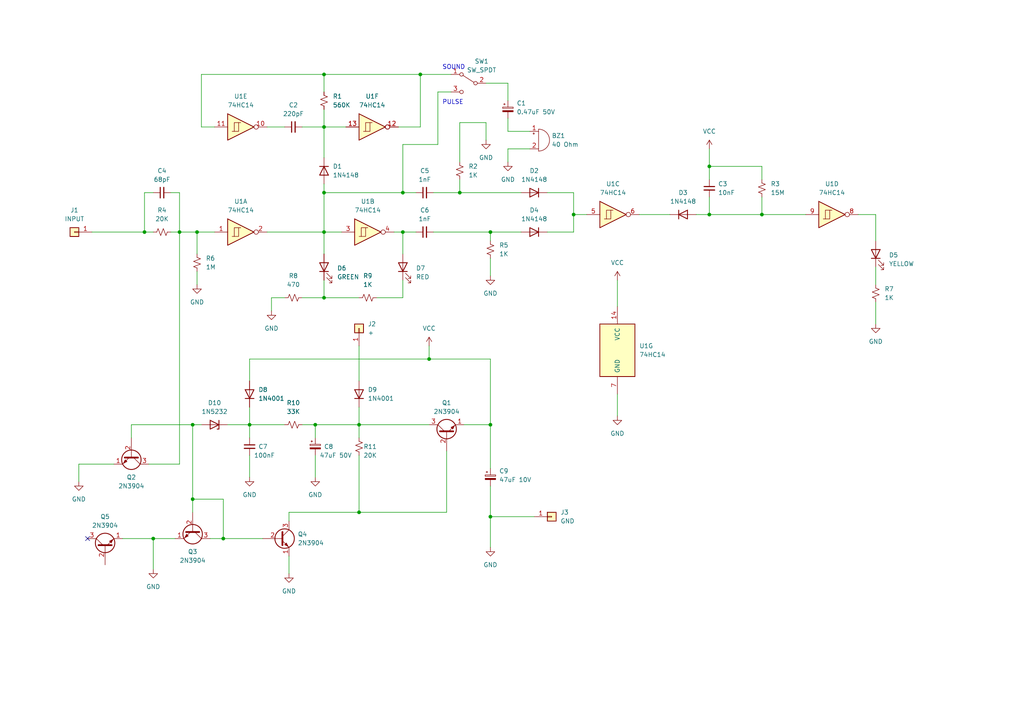
<source format=kicad_sch>
(kicad_sch (version 20211123) (generator eeschema)
  (paper "A4")
  (title_block (title "Logic Probe LP-535K") (date "2021-12-18"))
  (lib_symbols
    (symbol "74xx:74HC14" (pin_names (offset 1.016))
      (property "Reference" "U" (at 0 1.27 0))
      (property "Value" "74HC14" (at 0 -1.27 0))
      (symbol "74HC14_1_0"
        (polyline (pts (xy -3.81 3.81) (xy -3.81 -3.81) (xy 3.81 0) (xy -3.81 3.81)) (stroke (width 0.254)) (fill (type background)))
        (pin input line (at -7.62 0 0) (length 3.81) (name "~") (number "1"))
        (pin output inverted (at 7.62 0 180) (length 3.81) (name "~") (number "2"))
      )
      (symbol "74HC14_1_1"
        (polyline (pts (xy -1.905 -1.27) (xy -1.905 1.27) (xy -0.635 1.27)))
        (polyline (pts (xy -2.54 -1.27) (xy -0.635 -1.27) (xy -0.635 1.27) (xy 0 1.27)))
      )
      (symbol "74HC14_2_0"
        (polyline (pts (xy -3.81 3.81) (xy -3.81 -3.81) (xy 3.81 0) (xy -3.81 3.81)) (stroke (width 0.254)) (fill (type background)))
        (pin input line (at -7.62 0 0) (length 3.81) (name "~") (number "3"))
        (pin output inverted (at 7.62 0 180) (length 3.81) (name "~") (number "4"))
      )
      (symbol "74HC14_2_1"
        (polyline (pts (xy -1.905 -1.27) (xy -1.905 1.27) (xy -0.635 1.27)))
        (polyline (pts (xy -2.54 -1.27) (xy -0.635 -1.27) (xy -0.635 1.27) (xy 0 1.27)))
      )
      (symbol "74HC14_3_0"
        (polyline (pts (xy -3.81 3.81) (xy -3.81 -3.81) (xy 3.81 0) (xy -3.81 3.81)) (stroke (width 0.254)) (fill (type background)))
        (pin input line (at -7.62 0 0) (length 3.81) (name "~") (number "5"))
        (pin output inverted (at 7.62 0 180) (length 3.81) (name "~") (number "6"))
      )
      (symbol "74HC14_3_1"
        (polyline (pts (xy -1.905 -1.27) (xy -1.905 1.27) (xy -0.635 1.27)))
        (polyline (pts (xy -2.54 -1.27) (xy -0.635 -1.27) (xy -0.635 1.27) (xy 0 1.27)))
      )
      (symbol "74HC14_4_0"
        (polyline (pts (xy -3.81 3.81) (xy -3.81 -3.81) (xy 3.81 0) (xy -3.81 3.81)) (stroke (width 0.254)) (fill (type background)))
        (pin output inverted (at 7.62 0 180) (length 3.81) (name "~") (number "8"))
        (pin input line (at -7.62 0 0) (length 3.81) (name "~") (number "9"))
      )
      (symbol "74HC14_4_1"
        (polyline (pts (xy -1.905 -1.27) (xy -1.905 1.27) (xy -0.635 1.27)))
        (polyline (pts (xy -2.54 -1.27) (xy -0.635 -1.27) (xy -0.635 1.27) (xy 0 1.27)))
      )
      (symbol "74HC14_5_0"
        (polyline (pts (xy -3.81 3.81) (xy -3.81 -3.81) (xy 3.81 0) (xy -3.81 3.81)) (stroke (width 0.254)) (fill (type background)))
        (pin output inverted (at 7.62 0 180) (length 3.81) (name "~") (number "10"))
        (pin input line (at -7.62 0 0) (length 3.81) (name "~") (number "11"))
      )
      (symbol "74HC14_5_1"
        (polyline (pts (xy -1.905 -1.27) (xy -1.905 1.27) (xy -0.635 1.27)))
        (polyline (pts (xy -2.54 -1.27) (xy -0.635 -1.27) (xy -0.635 1.27) (xy 0 1.27)))
      )
      (symbol "74HC14_6_0"
        (polyline (pts (xy -3.81 3.81) (xy -3.81 -3.81) (xy 3.81 0) (xy -3.81 3.81)) (stroke (width 0.254)) (fill (type background)))
        (pin output inverted (at 7.62 0 180) (length 3.81) (name "~") (number "12"))
        (pin input line (at -7.62 0 0) (length 3.81) (name "~") (number "13"))
      )
      (symbol "74HC14_6_1"
        (polyline (pts (xy -1.905 -1.27) (xy -1.905 1.27) (xy -0.635 1.27)))
        (polyline (pts (xy -2.54 -1.27) (xy -0.635 -1.27) (xy -0.635 1.27) (xy 0 1.27)))
      )
      (symbol "74HC14_7_0"
        (pin power_in line (at 0 12.7 270) (length 5.08) (name "VCC") (number "14"))
        (pin power_in line (at 0 -12.7 90) (length 5.08) (name "GND") (number "7"))
      )
      (symbol "74HC14_7_1"
        (rectangle (start -5.08 7.62) (end 5.08 -7.62) (stroke (width 0.254)) (fill (type background)))
      )
    )
    (symbol "Connector_Generic:Conn_01x01" (pin_names (offset 1.016) hide)
      (property "Reference" "J" (at 0 2.54 0))
      (property "Value" "Conn_01x01" (at 0 -2.54 0))
      (symbol "Conn_01x01_1_1"
        (rectangle (start -1.27 0.127) (end 0 -0.127) (stroke (width 0.1524)))
        (rectangle (start -1.27 1.27) (end 1.27 -1.27) (stroke (width 0.254)) (fill (type background)))
        (pin passive line (at -5.08 0 0) (length 3.81) (name "Pin_1") (number "1"))
      )
    )
    (symbol "Device:Buzzer" (pin_names (offset 0.0254) hide)
      (property "Reference" "BZ" (at 3.81 1.27 0))
      (property "Value" "Buzzer" (at 3.81 -1.27 0))
      (symbol "Buzzer_0_1"
        (arc (start 0 -3.175) (mid 3.175 0) (end 0 3.175))
        (polyline (pts (xy -1.651 1.905) (xy -1.143 1.905)))
        (polyline (pts (xy -1.397 2.159) (xy -1.397 1.651)))
        (polyline (pts (xy 0 3.175) (xy 0 -3.175)))
      )
      (symbol "Buzzer_1_1"
        (pin passive line (at -2.54 2.54 0) (length 2.54) (name "-") (number "1"))
        (pin passive line (at -2.54 -2.54 0) (length 2.54) (name "+") (number "2"))
      )
    )
    (symbol "Device:C_Polarized_Small" (pin_numbers hide) (pin_names (offset 0.254) hide)
      (property "Reference" "C" (at 0.254 1.778 0))
      (property "Value" "C_Polarized_Small" (at 0.254 -2.032 0))
      (symbol "C_Polarized_Small_0_1"
        (rectangle (start -1.524 -0.3048) (end 1.524 -0.6858) (fill (type outline)))
        (rectangle (start -1.524 0.6858) (end 1.524 0.3048))
        (polyline (pts (xy -1.27 1.524) (xy -0.762 1.524)))
        (polyline (pts (xy -1.016 1.27) (xy -1.016 1.778)))
      )
      (symbol "C_Polarized_Small_1_1"
        (pin passive line (at 0 2.54 270) (length 1.8542) (name "~") (number "1"))
        (pin passive line (at 0 -2.54 90) (length 1.8542) (name "~") (number "2"))
      )
    )
    (symbol "Device:C_Small" (pin_numbers hide) (pin_names (offset 0.254) hide)
      (property "Reference" "C" (at 0.254 1.778 0))
      (property "Value" "C_Small" (at 0.254 -2.032 0))
      (symbol "C_Small_0_1"
        (polyline (pts (xy -1.524 -0.508) (xy 1.524 -0.508)) (stroke (width 0.3302)))
        (polyline (pts (xy -1.524 0.508) (xy 1.524 0.508)) (stroke (width 0.3048)))
      )
      (symbol "C_Small_1_1"
        (pin passive line (at 0 2.54 270) (length 2.032) (name "~") (number "1"))
        (pin passive line (at 0 -2.54 90) (length 2.032) (name "~") (number "2"))
      )
    )
    (symbol "Device:D_Zener" (pin_numbers hide) (pin_names (offset 1.016) hide)
      (property "Reference" "D" (at 0 2.54 0))
      (property "Value" "D_Zener" (at 0 -2.54 0))
      (symbol "D_Zener_0_1"
        (polyline (pts (xy 1.27 0) (xy -1.27 0)))
        (polyline (pts (xy -1.27 -1.27) (xy -1.27 1.27) (xy -0.762 1.27)) (stroke (width 0.254)))
        (polyline (pts (xy 1.27 -1.27) (xy 1.27 1.27) (xy -1.27 0) (xy 1.27 -1.27)) (stroke (width 0.254)))
      )
      (symbol "D_Zener_1_1"
        (pin passive line (at -3.81 0 0) (length 2.54) (name "K") (number "1"))
        (pin passive line (at 3.81 0 180) (length 2.54) (name "A") (number "2"))
      )
    )
    (symbol "Device:LED" (pin_numbers hide) (pin_names (offset 1.016) hide)
      (property "Reference" "D" (at 0 2.54 0))
      (property "Value" "LED" (at 0 -2.54 0))
      (symbol "LED_0_1"
        (polyline (pts (xy -1.27 -1.27) (xy -1.27 1.27)) (stroke (width 0.254)))
        (polyline (pts (xy -1.27 0) (xy 1.27 0)))
        (polyline (pts (xy 1.27 -1.27) (xy 1.27 1.27) (xy -1.27 0) (xy 1.27 -1.27)) (stroke (width 0.254)))
        (polyline (pts (xy -3.048 -0.762) (xy -4.572 -2.286) (xy -3.81 -2.286) (xy -4.572 -2.286) (xy -4.572 -1.524)))
        (polyline (pts (xy -1.778 -0.762) (xy -3.302 -2.286) (xy -2.54 -2.286) (xy -3.302 -2.286) (xy -3.302 -1.524)))
      )
      (symbol "LED_1_1"
        (pin passive line (at -3.81 0 0) (length 2.54) (name "K") (number "1"))
        (pin passive line (at 3.81 0 180) (length 2.54) (name "A") (number "2"))
      )
    )
    (symbol "Device:R_Small_US" (pin_numbers hide) (pin_names (offset 0.254) hide)
      (property "Reference" "R" (at 0.762 0.508 0))
      (property "Value" "R_Small_US" (at 0.762 -1.016 0))
      (symbol "R_Small_US_1_1"
        (polyline (pts (xy 0 0) (xy 1.016 -0.381) (xy 0 -0.762) (xy -1.016 -1.143) (xy 0 -1.524)))
        (polyline (pts (xy 0 1.524) (xy 1.016 1.143) (xy 0 0.762) (xy -1.016 0.381) (xy 0 0)))
        (pin passive line (at 0 2.54 270) (length 1.016) (name "~") (number "1"))
        (pin passive line (at 0 -2.54 90) (length 1.016) (name "~") (number "2"))
      )
    )
    (symbol "Diode:1N4001" (pin_numbers hide) (pin_names (offset 1.016) hide)
      (property "Reference" "D" (at 0 2.54 0))
      (property "Value" "1N4001" (at 0 -2.54 0))
      (symbol "1N4001_0_1"
        (polyline (pts (xy -1.27 1.27) (xy -1.27 -1.27)) (stroke (width 0.254)))
        (polyline (pts (xy 1.27 0) (xy -1.27 0)))
        (polyline (pts (xy 1.27 1.27) (xy 1.27 -1.27) (xy -1.27 0) (xy 1.27 1.27)) (stroke (width 0.254)))
      )
      (symbol "1N4001_1_1"
        (pin passive line (at -3.81 0 0) (length 2.54) (name "K") (number "1"))
        (pin passive line (at 3.81 0 180) (length 2.54) (name "A") (number "2"))
      )
    )
    (symbol "Diode:1N4148" (pin_numbers hide) (pin_names (offset 1.016) hide)
      (property "Reference" "D" (at 0 2.54 0))
      (property "Value" "1N4148" (at 0 -2.54 0))
      (symbol "1N4148_0_1"
        (polyline (pts (xy -1.27 1.27) (xy -1.27 -1.27)) (stroke (width 0.254)))
        (polyline (pts (xy 1.27 0) (xy -1.27 0)))
        (polyline (pts (xy 1.27 1.27) (xy 1.27 -1.27) (xy -1.27 0) (xy 1.27 1.27)) (stroke (width 0.254)))
      )
      (symbol "1N4148_1_1"
        (pin passive line (at -3.81 0 0) (length 2.54) (name "K") (number "1"))
        (pin passive line (at 3.81 0 180) (length 2.54) (name "A") (number "2"))
      )
    )
    (symbol "Switch:SW_SPDT" (pin_names (offset 0) hide)
      (property "Reference" "SW" (at 0 4.318 0))
      (property "Value" "SW_SPDT" (at 0 -5.08 0))
      (symbol "SW_SPDT_0_0"
        (circle (center -2.032 0) (radius 0.508))
        (circle (center 2.032 -2.54) (radius 0.508))
      )
      (symbol "SW_SPDT_0_1"
        (polyline (pts (xy -1.524 0.254) (xy 1.651 2.286)))
        (circle (center 2.032 2.54) (radius 0.508))
      )
      (symbol "SW_SPDT_1_1"
        (pin passive line (at 5.08 2.54 180) (length 2.54) (name "A") (number "1"))
        (pin passive line (at -5.08 0 0) (length 2.54) (name "B") (number "2"))
        (pin passive line (at 5.08 -2.54 180) (length 2.54) (name "C") (number "3"))
      )
    )
    (symbol "Transistor_BJT:2N3904" (pin_names (offset 0) hide)
      (property "Reference" "Q" (at 5.08 1.905 0))
      (property "Value" "2N3904" (at 5.08 0 0))
      (symbol "2N3904_0_1"
        (polyline (pts (xy 0.635 0.635) (xy 2.54 2.54)))
        (polyline (pts (xy 0.635 -0.635) (xy 2.54 -2.54) (xy 2.54 -2.54)))
        (polyline (pts (xy 0.635 1.905) (xy 0.635 -1.905) (xy 0.635 -1.905)) (stroke (width 0.508)))
        (polyline (pts (xy 1.27 -1.778) (xy 1.778 -1.27) (xy 2.286 -2.286) (xy 1.27 -1.778) (xy 1.27 -1.778)) (fill (type outline)))
        (circle (center 1.27 0) (radius 2.8194) (stroke (width 0.254)))
      )
      (symbol "2N3904_1_1"
        (pin passive line (at 2.54 -5.08 90) (length 2.54) (name "E") (number "1"))
        (pin passive line (at -5.08 0 0) (length 5.715) (name "B") (number "2"))
        (pin passive line (at 2.54 5.08 270) (length 2.54) (name "C") (number "3"))
      )
    )
    (symbol "power:GND" (power) (pin_names (offset 0))
      (property "Value" "GND" (at 0 -3.81 0))
      (symbol "GND_0_1"
        (polyline (pts (xy 0 0) (xy 0 -1.27) (xy 1.27 -1.27) (xy 0 -2.54) (xy -1.27 -1.27) (xy 0 -1.27)))
      )
      (symbol "GND_1_1"
        (pin power_in line (at 0 0 270) (length 0) hide (name "GND") (number "1"))
      )
    )
    (symbol "power:VCC" (power) (pin_names (offset 0))
      (property "Value" "VCC" (at 0 3.81 0))
      (symbol "VCC_0_1"
        (polyline (pts (xy -0.762 1.27) (xy 0 2.54)))
        (polyline (pts (xy 0 0) (xy 0 2.54)))
        (polyline (pts (xy 0 2.54) (xy 0.762 1.27)))
      )
      (symbol "VCC_1_1"
        (pin power_in line (at 0 0 90) (length 0) hide (name "VCC") (number "1"))
      )
    )
  )
  (junction (at 93.98 21.59))
  (junction (at 44.45 156.21))
  (junction (at 205.74 48.26))
  (junction (at 93.98 86.36))
  (junction (at 64.77 156.21))
  (junction (at 166.37 62.23))
  (junction (at 93.98 55.88))
  (junction (at 41.91 67.31))
  (junction (at 220.98 62.23))
  (junction (at 116.84 67.31))
  (junction (at 93.98 36.83))
  (junction (at 72.39 123.19))
  (junction (at 142.24 123.19))
  (junction (at 55.88 123.19))
  (junction (at 142.24 67.31))
  (junction (at 133.35 55.88))
  (junction (at 124.46 104.14))
  (junction (at 55.88 144.78))
  (junction (at 116.84 55.88))
  (junction (at 91.44 123.19))
  (junction (at 93.98 67.31))
  (junction (at 104.14 123.19))
  (junction (at 57.15 67.31))
  (junction (at 121.92 21.59))
  (junction (at 142.24 149.86))
  (junction (at 52.07 67.31))
  (junction (at 205.74 62.23))
  (junction (at 104.14 148.59))
  (no_connect (at 25.4 156.21))
  (wire (pts (xy 87.63 36.83) (xy 93.98 36.83)))
  (wire (pts (xy 166.37 67.31) (xy 158.75 67.31)))
  (wire (pts (xy 93.98 31.75) (xy 93.98 36.83)))
  (wire (pts (xy 140.97 35.56) (xy 140.97 40.64)))
  (wire (pts (xy 72.39 123.19) (xy 82.55 123.19)))
  (wire (pts (xy 133.35 35.56) (xy 140.97 35.56)))
  (wire (pts (xy 64.77 156.21) (xy 64.77 144.78)))
  (wire (pts (xy 114.3 67.31) (xy 116.84 67.31)))
  (wire (pts (xy 142.24 74.93) (xy 142.24 80.01)))
  (wire (pts (xy 72.39 123.19) (xy 72.39 127)))
  (wire (pts (xy 87.63 123.19) (xy 91.44 123.19)))
  (wire (pts (xy 147.32 38.1) (xy 153.67 38.1)))
  (wire (pts (xy 142.24 104.14) (xy 124.46 104.14)))
  (wire (pts (xy 91.44 123.19) (xy 104.14 123.19)))
  (wire (pts (xy 104.14 100.33) (xy 104.14 110.49)))
  (wire (pts (xy 129.54 148.59) (xy 104.14 148.59)))
  (wire (pts (xy 254 77.47) (xy 254 82.55)))
  (wire (pts (xy 121.92 21.59) (xy 130.81 21.59)))
  (wire (pts (xy 38.1 123.19) (xy 38.1 127)))
  (wire (pts (xy 33.02 134.62) (xy 22.86 134.62)))
  (wire (pts (xy 147.32 24.13) (xy 147.32 29.21)))
  (wire (pts (xy 130.81 26.67) (xy 127 26.67)))
  (wire (pts (xy 52.07 134.62) (xy 52.07 67.31)))
  (wire (pts (xy 93.98 36.83) (xy 93.98 45.72)))
  (wire (pts (xy 220.98 62.23) (xy 233.68 62.23)))
  (wire (pts (xy 179.07 81.28) (xy 179.07 88.9)))
  (wire (pts (xy 55.88 123.19) (xy 55.88 144.78)))
  (wire (pts (xy 49.53 67.31) (xy 52.07 67.31)))
  (wire (pts (xy 104.14 148.59) (xy 83.82 148.59)))
  (wire (pts (xy 125.73 55.88) (xy 133.35 55.88)))
  (wire (pts (xy 116.84 67.31) (xy 116.84 73.66)))
  (wire (pts (xy 93.98 36.83) (xy 100.33 36.83)))
  (wire (pts (xy 179.07 114.3) (xy 179.07 120.65)))
  (wire (pts (xy 134.62 123.19) (xy 142.24 123.19)))
  (wire (pts (xy 41.91 67.31) (xy 44.45 67.31)))
  (wire (pts (xy 99.06 67.31) (xy 93.98 67.31)))
  (wire (pts (xy 60.96 156.21) (xy 64.77 156.21)))
  (wire (pts (xy 62.23 67.31) (xy 57.15 67.31)))
  (wire (pts (xy 93.98 86.36) (xy 93.98 81.28)))
  (wire (pts (xy 64.77 156.21) (xy 76.2 156.21)))
  (wire (pts (xy 142.24 123.19) (xy 142.24 135.89)))
  (wire (pts (xy 115.57 36.83) (xy 121.92 36.83)))
  (wire (pts (xy 87.63 86.36) (xy 93.98 86.36)))
  (wire (pts (xy 72.39 118.11) (xy 72.39 123.19)))
  (wire (pts (xy 104.14 118.11) (xy 104.14 123.19)))
  (wire (pts (xy 78.74 86.36) (xy 78.74 90.17)))
  (wire (pts (xy 44.45 55.88) (xy 41.91 55.88)))
  (wire (pts (xy 248.92 62.23) (xy 254 62.23)))
  (wire (pts (xy 220.98 57.15) (xy 220.98 62.23)))
  (wire (pts (xy 124.46 100.33) (xy 124.46 104.14)))
  (wire (pts (xy 91.44 123.19) (xy 91.44 127)))
  (wire (pts (xy 52.07 55.88) (xy 52.07 67.31)))
  (wire (pts (xy 109.22 86.36) (xy 116.84 86.36)))
  (wire (pts (xy 116.84 67.31) (xy 120.65 67.31)))
  (wire (pts (xy 91.44 132.08) (xy 91.44 138.43)))
  (wire (pts (xy 125.73 67.31) (xy 142.24 67.31)))
  (wire (pts (xy 220.98 62.23) (xy 205.74 62.23)))
  (wire (pts (xy 93.98 21.59) (xy 58.42 21.59)))
  (wire (pts (xy 57.15 78.74) (xy 57.15 82.55)))
  (wire (pts (xy 55.88 144.78) (xy 55.88 148.59)))
  (wire (pts (xy 83.82 161.29) (xy 83.82 166.37)))
  (wire (pts (xy 220.98 52.07) (xy 220.98 48.26)))
  (wire (pts (xy 66.04 123.19) (xy 72.39 123.19)))
  (wire (pts (xy 121.92 36.83) (xy 121.92 21.59)))
  (wire (pts (xy 153.67 43.18) (xy 147.32 43.18)))
  (wire (pts (xy 22.86 134.62) (xy 22.86 139.7)))
  (wire (pts (xy 93.98 26.67) (xy 93.98 21.59)))
  (wire (pts (xy 127 26.67) (xy 127 41.91)))
  (wire (pts (xy 142.24 67.31) (xy 151.13 67.31)))
  (wire (pts (xy 64.77 144.78) (xy 55.88 144.78)))
  (wire (pts (xy 104.14 123.19) (xy 124.46 123.19)))
  (wire (pts (xy 44.45 156.21) (xy 44.45 165.1)))
  (wire (pts (xy 154.94 149.86) (xy 142.24 149.86)))
  (wire (pts (xy 72.39 104.14) (xy 124.46 104.14)))
  (wire (pts (xy 142.24 149.86) (xy 142.24 158.75)))
  (wire (pts (xy 116.84 55.88) (xy 120.65 55.88)))
  (wire (pts (xy 35.56 156.21) (xy 44.45 156.21)))
  (wire (pts (xy 55.88 123.19) (xy 58.42 123.19)))
  (wire (pts (xy 43.18 134.62) (xy 52.07 134.62)))
  (wire (pts (xy 201.93 62.23) (xy 205.74 62.23)))
  (wire (pts (xy 93.98 21.59) (xy 121.92 21.59)))
  (wire (pts (xy 26.67 67.31) (xy 41.91 67.31)))
  (wire (pts (xy 93.98 53.34) (xy 93.98 55.88)))
  (wire (pts (xy 83.82 148.59) (xy 83.82 151.13)))
  (wire (pts (xy 185.42 62.23) (xy 194.31 62.23)))
  (wire (pts (xy 205.74 57.15) (xy 205.74 62.23)))
  (wire (pts (xy 205.74 43.18) (xy 205.74 48.26)))
  (wire (pts (xy 140.97 24.13) (xy 147.32 24.13)))
  (wire (pts (xy 254 62.23) (xy 254 69.85)))
  (wire (pts (xy 77.47 67.31) (xy 93.98 67.31)))
  (wire (pts (xy 77.47 36.83) (xy 82.55 36.83)))
  (wire (pts (xy 220.98 48.26) (xy 205.74 48.26)))
  (wire (pts (xy 116.84 55.88) (xy 93.98 55.88)))
  (wire (pts (xy 58.42 21.59) (xy 58.42 36.83)))
  (wire (pts (xy 147.32 34.29) (xy 147.32 38.1)))
  (wire (pts (xy 127 41.91) (xy 116.84 41.91)))
  (wire (pts (xy 49.53 55.88) (xy 52.07 55.88)))
  (wire (pts (xy 58.42 36.83) (xy 62.23 36.83)))
  (wire (pts (xy 142.24 67.31) (xy 142.24 69.85)))
  (wire (pts (xy 104.14 123.19) (xy 104.14 127)))
  (wire (pts (xy 166.37 55.88) (xy 166.37 62.23)))
  (wire (pts (xy 93.98 67.31) (xy 93.98 73.66)))
  (wire (pts (xy 133.35 52.07) (xy 133.35 55.88)))
  (wire (pts (xy 52.07 67.31) (xy 57.15 67.31)))
  (wire (pts (xy 166.37 62.23) (xy 170.18 62.23)))
  (wire (pts (xy 254 87.63) (xy 254 93.98)))
  (wire (pts (xy 133.35 55.88) (xy 151.13 55.88)))
  (wire (pts (xy 104.14 132.08) (xy 104.14 148.59)))
  (wire (pts (xy 72.39 110.49) (xy 72.39 104.14)))
  (wire (pts (xy 104.14 86.36) (xy 93.98 86.36)))
  (wire (pts (xy 72.39 132.08) (xy 72.39 138.43)))
  (wire (pts (xy 38.1 123.19) (xy 55.88 123.19)))
  (wire (pts (xy 93.98 67.31) (xy 93.98 55.88)))
  (wire (pts (xy 158.75 55.88) (xy 166.37 55.88)))
  (wire (pts (xy 44.45 156.21) (xy 50.8 156.21)))
  (wire (pts (xy 82.55 86.36) (xy 78.74 86.36)))
  (wire (pts (xy 205.74 48.26) (xy 205.74 52.07)))
  (wire (pts (xy 41.91 55.88) (xy 41.91 67.31)))
  (wire (pts (xy 142.24 140.97) (xy 142.24 149.86)))
  (wire (pts (xy 116.84 41.91) (xy 116.84 55.88)))
  (wire (pts (xy 166.37 62.23) (xy 166.37 67.31)))
  (wire (pts (xy 57.15 67.31) (xy 57.15 73.66)))
  (wire (pts (xy 147.32 43.18) (xy 147.32 46.99)))
  (wire (pts (xy 116.84 81.28) (xy 116.84 86.36)))
  (wire (pts (xy 133.35 46.99) (xy 133.35 35.56)))
  (wire (pts (xy 129.54 130.81) (xy 129.54 148.59)))
  (wire (pts (xy 142.24 123.19) (xy 142.24 104.14)))
  (text "PULSE" (at 128.27 30.48 0) (effects (font (size 1.27 1.27)) (justify left bottom)))
  (text "SOUND" (at 128.27 20.32 0) (effects (font (size 1.27 1.27)) (justify left bottom)))
  (symbol (lib_id "power:GND") (at 22.86 139.7 0) (unit 1)
    (property "Reference" "#PWR013" (effects hide))
    (property "Value" "GND" (at 22.86 144.78 0))
  )
  (symbol (lib_id "Device:C_Small") (at 72.39 129.54 0) (unit 1)
    (property "Reference" "C7" (at 74.93 129.54 0) (effects (justify left)))
    (property "Value" "100nF" (at 73.66 132.08 0) (effects (justify left)))
    (property "Footprint" "Capacitor_SMD:C_0603_1608Metric" (effects hide))
  )
  (symbol (lib_id "Device:R_Small_US") (at 220.98 54.61 0) (unit 1)
    (property "Reference" "R3" (at 223.52 53.3399 0) (effects (justify left)))
    (property "Value" "15M" (at 223.52 55.8799 0) (effects (justify left)))
    (property "Footprint" "Resistor_SMD:R_0603_1608Metric" (effects hide))
    (property "Description" "15M 1/4W 5%" (effects hide))
  )
  (symbol (lib_id "power:GND") (at 254 93.98 0) (unit 1)
    (property "Reference" "#PWR08" (effects hide))
    (property "Value" "GND" (at 254 99.06 0))
  )
  (symbol (lib_id "power:VCC") (at 124.46 100.33 0) (unit 1)
    (property "Reference" "#PWR09" (effects hide))
    (property "Value" "VCC" (at 124.46 95.25 0))
  )
  (symbol (lib_id "Switch:SW_SPDT") (at 135.89 24.13 0) (mirror y) (unit 1)
    (property "Reference" "SW1" (at 139.7 17.78 0))
    (property "Value" "SW_SPDT" (at 139.7 20.32 0))
    (property "Footprint" "Button_Switch_THT:SW_Slide_1P2T_CK_OS102011MS2Q" (effects hide))
  )
  (symbol (lib_id "Diode:1N4001") (at 104.14 114.3 90) (unit 1)
    (property "Reference" "D9" (at 106.68 113.0299 90) (effects (justify right)))
    (property "Value" "1N4001" (at 106.68 115.5699 90) (effects (justify right)))
    (property "Footprint" "Diode_THT:D_DO-41_SOD81_P10.16mm_Horizontal" (effects hide))
    (property "Datasheet" "http://www.vishay.com/docs/88503/1n4001.pdf" (effects hide))
  )
  (symbol (lib_id "power:VCC") (at 205.74 43.18 0) (unit 1)
    (property "Reference" "#PWR02" (effects hide))
    (property "Value" "VCC" (at 205.74 38.1 0))
  )
  (symbol (lib_id "Device:R_Small_US") (at 142.24 72.39 0) (unit 1)
    (property "Reference" "R5" (at 144.78 71.1199 0) (effects (justify left)))
    (property "Value" "1K" (at 144.78 73.6599 0) (effects (justify left)))
    (property "Footprint" "Resistor_SMD:R_0603_1608Metric" (effects hide))
    (property "Description" "1K 1/4W 5%" (effects hide))
  )
  (symbol (lib_id "Device:C_Polarized_Small") (at 147.32 31.75 0) (unit 1)
    (property "Reference" "C1" (at 149.86 29.9338 0) (effects (justify left)))
    (property "Value" "0.47uF 50V" (at 149.86 32.4738 0) (effects (justify left)))
    (property "Footprint" "Capacitor_SMD:CP_Elec_6.3x7.7" (effects hide))
  )
  (symbol (lib_id "Connector_Generic:Conn_01x01") (at 104.14 95.25 90) (unit 1)
    (property "Reference" "J2" (at 106.68 93.9799 90) (effects (justify right)))
    (property "Value" "+" (at 106.68 96.5199 90) (effects (justify right)))
    (property "Footprint" "Connector_PinHeader_2.54mm:PinHeader_1x01_P2.54mm_Vertical" (effects hide))
  )
  (symbol (lib_id "Device:LED") (at 93.98 77.47 90) (unit 1)
    (property "Reference" "D6" (at 97.79 77.7874 90) (effects (justify right)))
    (property "Value" "GREEN" (at 97.79 80.3274 90) (effects (justify right)))
    (property "Footprint" "LED_THT:LED_D3.0mm" (effects hide))
  )
  (symbol (lib_id "74xx:74HC14") (at 177.8 62.23 0) (unit 3)
    (property "Reference" "U1" (at 177.8 53.34 0))
    (property "Value" "74HC14" (at 177.8 55.88 0))
    (property "Footprint" "Package_SO:SOIC-14_3.9x8.7mm_P1.27mm" (effects hide))
    (property "Datasheet" "http://www.ti.com/lit/gpn/sn74HC14" (effects hide))
  )
  (symbol (lib_id "Transistor_BJT:2N3904") (at 30.48 158.75 90) (unit 1)
    (property "Reference" "Q5" (at 30.48 149.86 90))
    (property "Value" "2N3904" (at 30.48 152.4 90))
    (property "Footprint" "Package_TO_SOT_SMD:TSOT-23" (effects hide))
    (property "Datasheet" "https://www.onsemi.com/pub/Collateral/2N3903-D.PDF" (effects hide))
  )
  (symbol (lib_id "Device:R_Small_US") (at 85.09 86.36 90) (unit 1)
    (property "Reference" "R8" (at 85.09 80.01 90))
    (property "Value" "470" (at 85.09 82.55 90))
    (property "Footprint" "Resistor_SMD:R_0603_1608Metric" (effects hide))
    (property "Description" "470R 1/4W 5%" (effects hide))
  )
  (symbol (lib_id "Device:C_Small") (at 205.74 54.61 0) (unit 1)
    (property "Reference" "C3" (at 208.28 53.3462 0) (effects (justify left)))
    (property "Value" "10nF" (at 208.28 55.8862 0) (effects (justify left)))
    (property "Footprint" "Capacitor_SMD:C_0603_1608Metric" (effects hide))
  )
  (symbol (lib_id "Device:C_Small") (at 123.19 55.88 90) (unit 1)
    (property "Reference" "C5" (at 123.1963 49.53 90))
    (property "Value" "1nF" (at 123.1963 52.07 90))
    (property "Footprint" "Capacitor_SMD:C_0603_1608Metric" (effects hide))
  )
  (symbol (lib_id "74xx:74HC14") (at 107.95 36.83 0) (unit 6)
    (property "Reference" "U1" (at 107.95 27.94 0))
    (property "Value" "74HC14" (at 107.95 30.48 0))
    (property "Footprint" "Package_SO:SOIC-14_3.9x8.7mm_P1.27mm" (effects hide))
    (property "Datasheet" "http://www.ti.com/lit/gpn/sn74HC14" (effects hide))
  )
  (symbol (lib_id "power:VCC") (at 179.07 81.28 0) (unit 1)
    (property "Reference" "#PWR07" (effects hide))
    (property "Value" "VCC" (at 179.07 76.2 0))
  )
  (symbol (lib_id "Device:LED") (at 254 73.66 90) (unit 1)
    (property "Reference" "D5" (at 257.81 73.9774 90) (effects (justify right)))
    (property "Value" "YELLOW" (at 257.81 76.5174 90) (effects (justify right)))
    (property "Footprint" "LED_THT:LED_D3.0mm" (effects hide))
  )
  (symbol (lib_id "Transistor_BJT:2N3904") (at 129.54 125.73 90) (unit 1)
    (property "Reference" "Q1" (at 129.54 116.84 90))
    (property "Value" "2N3904" (at 129.54 119.38 90))
    (property "Footprint" "Package_TO_SOT_SMD:TSOT-23" (effects hide))
    (property "Datasheet" "https://www.onsemi.com/pub/Collateral/2N3903-D.PDF" (effects hide))
  )
  (symbol (lib_id "Transistor_BJT:2N3904") (at 55.88 153.67 270) (unit 1)
    (property "Reference" "Q3" (at 55.88 160.02 90))
    (property "Value" "2N3904" (at 55.88 162.56 90))
    (property "Footprint" "Package_TO_SOT_SMD:TSOT-23" (effects hide))
    (property "Datasheet" "https://www.onsemi.com/pub/Collateral/2N3903-D.PDF" (effects hide))
  )
  (symbol (lib_id "Diode:1N4001") (at 72.39 114.3 90) (unit 1)
    (property "Reference" "D8" (at 74.93 113.0299 90) (effects (justify right)))
    (property "Value" "1N4001" (at 74.93 115.5699 90) (effects (justify right)))
    (property "Footprint" "Diode_THT:D_DO-41_SOD81_P10.16mm_Horizontal" (effects hide))
    (property "Datasheet" "http://www.vishay.com/docs/88503/1n4001.pdf" (effects hide))
  )
  (symbol (lib_id "Device:R_Small_US") (at 85.09 123.19 90) (unit 1)
    (property "Reference" "R10" (at 85.09 116.84 90))
    (property "Value" "33K" (at 85.09 119.38 90))
    (property "Footprint" "Resistor_SMD:R_0603_1608Metric" (effects hide))
    (property "Description" "33K 1/4W 5%" (effects hide))
  )
  (symbol (lib_id "Device:C_Small") (at 46.99 55.88 90) (unit 1)
    (property "Reference" "C4" (at 46.9963 49.53 90))
    (property "Value" "68pF" (at 46.9963 52.07 90))
    (property "Footprint" "Capacitor_SMD:C_0603_1608Metric" (effects hide))
  )
  (symbol (lib_id "Device:R_Small_US") (at 46.99 67.31 90) (unit 1)
    (property "Reference" "R4" (at 46.99 60.96 90))
    (property "Value" "20K" (at 46.99 63.5 90))
    (property "Footprint" "Resistor_SMD:R_0603_1608Metric" (effects hide))
    (property "Description" "20K 1/4W 5%" (effects hide))
  )
  (symbol (lib_id "power:GND") (at 140.97 40.64 0) (unit 1)
    (property "Reference" "#PWR01" (effects hide))
    (property "Value" "GND" (at 140.97 45.72 0))
  )
  (symbol (lib_id "power:GND") (at 147.32 46.99 0) (unit 1)
    (property "Reference" "#PWR03" (effects hide))
    (property "Value" "GND" (at 147.32 52.07 0))
  )
  (symbol (lib_id "Device:R_Small_US") (at 106.68 86.36 90) (unit 1)
    (property "Reference" "R9" (at 106.68 80.01 90))
    (property "Value" "1K" (at 106.68 82.55 90))
    (property "Footprint" "Resistor_SMD:R_0603_1608Metric" (effects hide))
    (property "Description" "1K 1/4W 5%" (effects hide))
  )
  (symbol (lib_id "Diode:1N4148") (at 198.12 62.23 0) (unit 1)
    (property "Reference" "D3" (at 198.12 55.88 0))
    (property "Value" "1N4148" (at 198.12 58.42 0))
    (property "Footprint" "Diode_THT:D_DO-35_SOD27_P7.62mm_Horizontal" (effects hide))
    (property "Datasheet" "https://assets.nexperia.com/documents/data-sheet/1N4148_1N4448.pdf" (effects hide))
  )
  (symbol (lib_id "74xx:74HC14") (at 179.07 101.6 0) (unit 7)
    (property "Reference" "U1" (at 185.42 100.3299 0) (effects (justify left)))
    (property "Value" "74HC14" (at 185.42 102.8699 0) (effects (justify left)))
    (property "Footprint" "Package_SO:SOIC-14_3.9x8.7mm_P1.27mm" (effects hide))
    (property "Datasheet" "http://www.ti.com/lit/gpn/sn74HC14" (effects hide))
  )
  (symbol (lib_id "power:GND") (at 91.44 138.43 0) (unit 1)
    (property "Reference" "#PWR012" (effects hide))
    (property "Value" "GND" (at 91.44 143.51 0))
  )
  (symbol (lib_id "Device:LED") (at 116.84 77.47 90) (unit 1)
    (property "Reference" "D7" (at 120.65 77.7874 90) (effects (justify right)))
    (property "Value" "RED" (at 120.65 80.3274 90) (effects (justify right)))
    (property "Footprint" "LED_THT:LED_D3.0mm" (effects hide))
  )
  (symbol (lib_id "power:GND") (at 44.45 165.1 0) (unit 1)
    (property "Reference" "#PWR015" (effects hide))
    (property "Value" "GND" (at 44.45 170.18 0))
  )
  (symbol (lib_id "power:GND") (at 57.15 82.55 0) (unit 1)
    (property "Reference" "#PWR05" (effects hide))
    (property "Value" "GND" (at 57.15 87.63 0))
  )
  (symbol (lib_id "74xx:74HC14") (at 69.85 67.31 0) (unit 1)
    (property "Reference" "U1" (at 69.85 58.42 0))
    (property "Value" "74HC14" (at 69.85 60.96 0))
    (property "Footprint" "Package_SO:SOIC-14_3.9x8.7mm_P1.27mm" (effects hide))
    (property "Datasheet" "http://www.ti.com/lit/gpn/sn74HC14" (effects hide))
  )
  (symbol (lib_id "Device:C_Polarized_Small") (at 91.44 129.54 0) (unit 1)
    (property "Reference" "C8" (at 93.98 129.54 0) (effects (justify left)))
    (property "Value" "47uF 50V" (at 92.71 132.08 0) (effects (justify left)))
    (property "Footprint" "Capacitor_SMD:CP_Elec_6.3x7.7" (effects hide))
  )
  (symbol (lib_id "Device:R_Small_US") (at 254 85.09 0) (unit 1)
    (property "Reference" "R7" (at 256.54 83.8199 0) (effects (justify left)))
    (property "Value" "1K" (at 256.54 86.3599 0) (effects (justify left)))
    (property "Footprint" "Resistor_SMD:R_0603_1608Metric" (effects hide))
    (property "Description" "1K 1/4W 5%" (effects hide))
  )
  (symbol (lib_id "Connector_Generic:Conn_01x01") (at 160.02 149.86 0) (unit 1)
    (property "Reference" "J3" (at 162.56 148.5899 0) (effects (justify left)))
    (property "Value" "GND" (at 162.56 151.1299 0) (effects (justify left)))
    (property "Footprint" "Connector_PinHeader_2.54mm:PinHeader_1x01_P2.54mm_Vertical" (effects hide))
  )
  (symbol (lib_id "Diode:1N4148") (at 93.98 49.53 270) (unit 1)
    (property "Reference" "D1" (at 96.52 48.2599 90) (effects (justify left)))
    (property "Value" "1N4148" (at 96.52 50.7999 90) (effects (justify left)))
    (property "Footprint" "Diode_THT:D_DO-35_SOD27_P7.62mm_Horizontal" (effects hide))
    (property "Datasheet" "https://assets.nexperia.com/documents/data-sheet/1N4148_1N4448.pdf" (effects hide))
  )
  (symbol (lib_id "power:GND") (at 72.39 138.43 0) (unit 1)
    (property "Reference" "#PWR011" (effects hide))
    (property "Value" "GND" (at 72.39 143.51 0))
  )
  (symbol (lib_id "Transistor_BJT:2N3904") (at 81.28 156.21 0) (unit 1)
    (property "Reference" "Q4" (at 86.36 154.9399 0) (effects (justify left)))
    (property "Value" "2N3904" (at 86.36 157.4799 0) (effects (justify left)))
    (property "Footprint" "Package_TO_SOT_SMD:TSOT-23" (effects hide))
    (property "Datasheet" "https://www.onsemi.com/pub/Collateral/2N3903-D.PDF" (effects hide))
  )
  (symbol (lib_id "Diode:1N4148") (at 154.94 67.31 180) (unit 1)
    (property "Reference" "D4" (at 154.94 60.96 0))
    (property "Value" "1N4148" (at 154.94 63.5 0))
    (property "Footprint" "Diode_THT:D_DO-35_SOD27_P7.62mm_Horizontal" (effects hide))
    (property "Datasheet" "https://assets.nexperia.com/documents/data-sheet/1N4148_1N4448.pdf" (effects hide))
  )
  (symbol (lib_id "power:GND") (at 179.07 120.65 0) (unit 1)
    (property "Reference" "#PWR010" (effects hide))
    (property "Value" "GND" (at 179.07 125.73 0))
  )
  (symbol (lib_id "Device:C_Polarized_Small") (at 142.24 138.43 0) (unit 1)
    (property "Reference" "C9" (at 144.78 136.6138 0) (effects (justify left)))
    (property "Value" "47uF 10V" (at 144.78 139.1538 0) (effects (justify left)))
    (property "Footprint" "Capacitor_SMD:C_1206_3216Metric" (effects hide))
  )
  (symbol (lib_id "Device:D_Zener") (at 62.23 123.19 180) (unit 1)
    (property "Reference" "D10" (at 62.23 116.84 0))
    (property "Value" "1N5232" (at 62.23 119.38 0))
    (property "Footprint" "Diode_SMD:D_0603_1608Metric" (effects hide))
  )
  (symbol (lib_id "Device:R_Small_US") (at 93.98 29.21 0) (unit 1)
    (property "Reference" "R1" (at 96.52 27.9399 0) (effects (justify left)))
    (property "Value" "560K" (at 96.52 30.4799 0) (effects (justify left)))
    (property "Footprint" "Resistor_SMD:R_0603_1608Metric" (effects hide))
    (property "Description" "560K 1/4W 5%" (effects hide))
  )
  (symbol (lib_id "Diode:1N4148") (at 154.94 55.88 180) (unit 1)
    (property "Reference" "D2" (at 154.94 49.53 0))
    (property "Value" "1N4148" (at 154.94 52.07 0))
    (property "Footprint" "Diode_THT:D_DO-35_SOD27_P7.62mm_Horizontal" (effects hide))
    (property "Datasheet" "https://assets.nexperia.com/documents/data-sheet/1N4148_1N4448.pdf" (effects hide))
  )
  (symbol (lib_id "power:GND") (at 78.74 90.17 0) (unit 1)
    (property "Reference" "#PWR06" (effects hide))
    (property "Value" "GND" (at 78.74 95.25 0))
  )
  (symbol (lib_id "74xx:74HC14") (at 69.85 36.83 0) (unit 5)
    (property "Reference" "U1" (at 69.85 27.94 0))
    (property "Value" "74HC14" (at 69.85 30.48 0))
    (property "Footprint" "Package_SO:SOIC-14_3.9x8.7mm_P1.27mm" (effects hide))
    (property "Datasheet" "http://www.ti.com/lit/gpn/sn74HC14" (effects hide))
  )
  (symbol (lib_id "power:GND") (at 142.24 80.01 0) (unit 1)
    (property "Reference" "#PWR04" (effects hide))
    (property "Value" "GND" (at 142.24 85.09 0))
  )
  (symbol (lib_id "Device:R_Small_US") (at 57.15 76.2 0) (unit 1)
    (property "Reference" "R6" (at 59.69 74.9299 0) (effects (justify left)))
    (property "Value" "1M" (at 59.69 77.4699 0) (effects (justify left)))
    (property "Footprint" "Resistor_SMD:R_0603_1608Metric" (effects hide))
    (property "Description" "1M 1/4W 5%" (effects hide))
  )
  (symbol (lib_id "Device:C_Small") (at 85.09 36.83 90) (unit 1)
    (property "Reference" "C2" (at 85.0963 30.48 90))
    (property "Value" "220pF" (at 85.0963 33.02 90))
    (property "Footprint" "Capacitor_SMD:C_0603_1608Metric" (effects hide))
  )
  (symbol (lib_id "74xx:74HC14") (at 241.3 62.23 0) (unit 4)
    (property "Reference" "U1" (at 241.3 53.34 0))
    (property "Value" "74HC14" (at 241.3 55.88 0))
    (property "Footprint" "Package_SO:SOIC-14_3.9x8.7mm_P1.27mm" (effects hide))
    (property "Datasheet" "http://www.ti.com/lit/gpn/sn74HC14" (effects hide))
  )
  (symbol (lib_id "power:GND") (at 83.82 166.37 0) (unit 1)
    (property "Reference" "#PWR016" (effects hide))
    (property "Value" "GND" (at 83.82 171.45 0))
  )
  (symbol (lib_id "Transistor_BJT:2N3904") (at 38.1 132.08 270) (unit 1)
    (property "Reference" "Q2" (at 38.1 138.43 90))
    (property "Value" "2N3904" (at 38.1 140.97 90))
    (property "Footprint" "Package_TO_SOT_SMD:TSOT-23" (effects hide))
    (property "Datasheet" "https://www.onsemi.com/pub/Collateral/2N3903-D.PDF" (effects hide))
  )
  (symbol (lib_id "Device:R_Small_US") (at 133.35 49.53 0) (unit 1)
    (property "Reference" "R2" (at 135.89 48.2599 0) (effects (justify left)))
    (property "Value" "1K" (at 135.89 50.7999 0) (effects (justify left)))
    (property "Footprint" "Resistor_SMD:R_0603_1608Metric" (effects hide))
    (property "Description" "1K 1/4W 5%" (effects hide))
  )
  (symbol (lib_id "power:GND") (at 142.24 158.75 0) (unit 1)
    (property "Reference" "#PWR014" (effects hide))
    (property "Value" "GND" (at 142.24 163.83 0))
  )
  (symbol (lib_id "Connector_Generic:Conn_01x01") (at 21.59 67.31 180) (unit 1)
    (property "Reference" "J1" (at 21.59 60.96 0))
    (property "Value" "INPUT" (at 21.59 63.5 0))
    (property "Footprint" "Connector_PinHeader_2.54mm:PinHeader_1x01_P2.54mm_Vertical" (effects hide))
  )
  (symbol (lib_id "Device:Buzzer") (at 156.21 40.64 0) (unit 1)
    (property "Reference" "BZ1" (at 160.02 39.3699 0) (effects (justify left)))
    (property "Value" "40 Ohm" (at 160.02 41.9099 0) (effects (justify left)))
    (property "Footprint" "Buzzer_Beeper:Buzzer_12x9.5RM7.6" (effects hide))
  )
  (symbol (lib_id "74xx:74HC14") (at 106.68 67.31 0) (unit 2)
    (property "Reference" "U1" (at 106.68 58.42 0))
    (property "Value" "74HC14" (at 106.68 60.96 0))
    (property "Footprint" "Package_SO:SOIC-14_3.9x8.7mm_P1.27mm" (effects hide))
    (property "Datasheet" "http://www.ti.com/lit/gpn/sn74HC14" (effects hide))
  )
  (symbol (lib_id "Device:C_Small") (at 123.19 67.31 90) (unit 1)
    (property "Reference" "C6" (at 123.1963 60.96 90))
    (property "Value" "1nF" (at 123.1963 63.5 90))
    (property "Footprint" "Capacitor_SMD:C_0603_1608Metric" (effects hide))
  )
  (symbol (lib_id "Device:R_Small_US") (at 104.14 129.54 0) (unit 1)
    (property "Reference" "R11" (at 105.41 129.54 0) (effects (justify left)))
    (property "Value" "20K" (at 105.41 132.08 0) (effects (justify left)))
    (property "Footprint" "Resistor_SMD:R_0603_1608Metric" (effects hide))
    (property "Description" "20K 1/4W 5%" (effects hide))
  )
)
</source>
